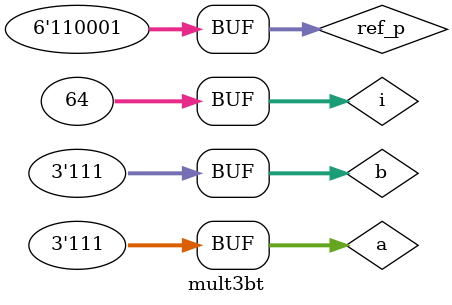
<source format=v>
`timescale 1ns / 1ps


module mult3bt();

    reg [2:0] a,b;
    wire [5:0] p;
    wire [5:0] ref_p;
    wire  err;
 //   wire [2:0] w;
    
    mult3b testin_mult_3_b(.a(a),.b(b),.p(p));
    
    assign {ref_p} = a * b;
    
    assign err = (ref_p != p);
 
    integer i;
     initial begin
        for (i = 0; i < 64; i = i + 1) begin
            {a, b} = i;      #10
            
            if (err == 1) begin
                $display(" error at pos: ", i);
            end
            if(err == 0) begin
                $display(" success"); 
            end
        end
      end
endmodule

</source>
